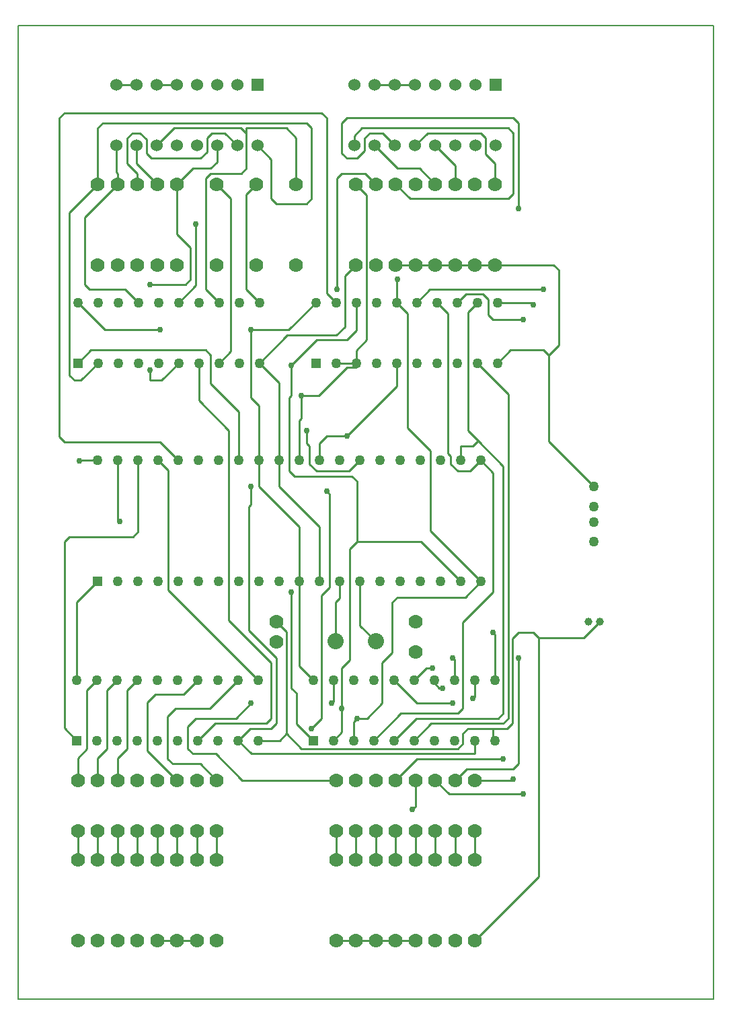
<source format=gbr>
G04 PROTEUS RS274X GERBER FILE*
%FSLAX45Y45*%
%MOMM*%
G01*
%ADD10C,0.254000*%
%ADD11C,0.762000*%
%ADD13R,1.270000X1.270000*%
%ADD14C,1.270000*%
%ADD15C,2.032000*%
%ADD16C,1.778000*%
%ADD17C,0.980000*%
%ADD18R,1.524000X1.524000*%
%ADD19C,0.000000*%
%ADD70C,1.524000*%
%ADD71C,0.203200*%
%TD.AperFunction*%
D10*
X+1250000Y-1250000D02*
X+1052000Y-1052000D01*
X+1052000Y-500000D01*
X+742000Y-1250000D02*
X+742000Y-762000D01*
X+798000Y-706000D01*
X+798000Y-500000D01*
X-2500000Y+2250000D02*
X-2337000Y+2413000D01*
X-889000Y+2413000D01*
X-825500Y+2349500D01*
X-825500Y+1994992D01*
X-472000Y+1641492D01*
X-472000Y+1024000D01*
X-1234000Y+1024000D02*
X-1467987Y+1257987D01*
X-2667000Y+1257987D01*
X-2730500Y+1321487D01*
X-2730500Y+5334000D01*
X-2667000Y+5397500D01*
X+571500Y+5397500D01*
X+635000Y+5334000D01*
X+635000Y+3131000D01*
X+754000Y+3012000D01*
X-1488000Y+1024000D02*
X-1361000Y+897000D01*
X-1361000Y-603000D01*
X-226000Y-1738000D01*
X-1742000Y+1024000D02*
X-1742000Y+127000D01*
X-1805500Y+63500D01*
X-2603500Y+63500D01*
X-2667000Y+0D01*
X-2667000Y-2345000D01*
X-2512000Y-2500000D01*
X+2730500Y-1143000D02*
X+2750000Y-1162500D01*
X+2750000Y-1738000D01*
X-1968500Y+254000D02*
X-1996000Y+281500D01*
X-1996000Y+1024000D01*
X+190500Y-635000D02*
X+190500Y-1841500D01*
X+254000Y-1905000D01*
X+254000Y-2290000D01*
X+464000Y-2500000D01*
X-2476500Y+1016000D02*
X-2468500Y+1024000D01*
X-2250000Y+1024000D01*
X+190500Y+2222500D02*
X+508000Y+2540000D01*
X+889000Y+2540000D01*
X+1008000Y+2659000D01*
X+1008000Y+3012000D01*
X+825500Y-2095500D02*
X+825500Y-2392500D01*
X+718000Y-2500000D01*
X+825500Y-1587500D02*
X+925000Y-1488000D01*
X+925000Y-91000D01*
X+1016000Y+0D01*
X+825500Y-1587500D02*
X+825500Y-2095500D01*
X+190500Y+2222500D02*
X+190500Y+1841500D01*
X+163000Y+1814000D01*
X+163000Y+889000D01*
X+226500Y+825500D01*
X+952500Y+825500D01*
X+1016000Y+762000D01*
X+1016000Y+0D01*
X+1822000Y+0D01*
X+2322000Y-500000D01*
X+2576000Y-500000D02*
X+1941000Y+135000D01*
X+1941000Y+1143000D01*
X+1651000Y+1433000D01*
X+1651000Y+2877000D01*
X+1516000Y+3012000D01*
X+2576000Y-500000D02*
X+2377500Y-698500D01*
X+1524000Y-698500D01*
X+1460500Y-762000D01*
X+1460500Y-1397000D01*
X+1333500Y-1524000D01*
X+1333500Y-2032000D01*
X+1143000Y-2222500D01*
X+1016000Y-2222500D01*
X+1516000Y+3012000D02*
X+1516000Y+3294000D01*
X+1524000Y+3302000D01*
X+1016000Y-2222500D02*
X+972000Y-2266500D01*
X+972000Y-2500000D01*
X+2576000Y+1024000D02*
X+2730500Y+869500D01*
X+2730500Y-635000D01*
X+2349500Y-1016000D01*
X+2349500Y-2095500D01*
X+2286000Y-2159000D01*
X+1567000Y-2159000D01*
X+1226000Y-2500000D01*
X+2576000Y+1024000D02*
X+2441000Y+889000D01*
X+2286000Y+889000D01*
X+2195000Y+980000D01*
X+2195000Y+1079500D01*
X+2159000Y+1115500D01*
X+2159000Y+2877000D01*
X+2024000Y+3012000D01*
X+2540000Y+1270000D02*
X+2476500Y+1206500D01*
X+2322000Y+1206500D01*
X+2322000Y+1024000D01*
X+2532000Y+3012000D02*
X+2413000Y+2893000D01*
X+2413000Y+1397000D01*
X+2540000Y+1270000D01*
X+1480000Y-2500000D02*
X+1757500Y-2222500D01*
X+2794000Y-2222500D01*
X+2857500Y-2159000D01*
X+2857500Y+952500D01*
X+2540000Y+1270000D01*
X+2532000Y+2250000D02*
X+2921000Y+1861000D01*
X+2921000Y-2222500D01*
X+2857500Y-2286000D01*
X+1948000Y-2286000D01*
X+1734000Y-2500000D01*
X+1052000Y+1024000D02*
X+917000Y+889000D01*
X+508000Y+889000D01*
X+417000Y+980000D01*
X+417000Y+1206500D01*
X+381000Y+1242500D01*
X+381000Y+1397000D01*
X-976000Y+2250000D02*
X-976000Y+1778000D01*
X-599000Y+1401000D01*
X-599000Y-988500D01*
X-63500Y-1524000D01*
X-63500Y-2222500D01*
X-127000Y-2286000D01*
X-774000Y-2286000D01*
X-988000Y-2500000D01*
X+1516000Y+2250000D02*
X+1516000Y+1960500D01*
X+889000Y+1333500D01*
X+635000Y+635000D02*
X+671000Y+599000D01*
X+671000Y-571500D01*
X+571500Y-671000D01*
X+571500Y-2222500D01*
X+444500Y-2349500D01*
X+889000Y+1333500D02*
X+635000Y+1333500D01*
X+544000Y+1242500D01*
X+544000Y+1024000D01*
X+317500Y+1841500D02*
X+531300Y+1841500D01*
X+889000Y+2199200D01*
X+1008000Y+2199200D01*
X+1008000Y+2250000D01*
X+290000Y+1024000D02*
X+290000Y+1524000D01*
X+317500Y+1551500D01*
X+317500Y+1841500D01*
X-480000Y-2500000D02*
X-313000Y-2667000D01*
X+2496000Y-2667000D01*
X+2496000Y-2500000D01*
X-480000Y-2500000D02*
X-329500Y-2349500D01*
X-63500Y-2349500D01*
X+0Y-2286000D01*
X+0Y-1460500D01*
X-345000Y-1115500D01*
X-345000Y+444500D01*
X-317500Y+472000D01*
X-317500Y+698500D01*
X-2250000Y+4500000D02*
X-2250000Y+5207000D01*
X-2186500Y+5270500D01*
X+381000Y+5270500D01*
X+444500Y+5207000D01*
X+444500Y+4318000D01*
X+381000Y+4254500D01*
X+0Y+4254500D01*
X-63500Y+4318000D01*
X-63500Y+4813500D01*
X-238000Y+4988000D01*
X-2250000Y+4500000D02*
X-2603500Y+4146500D01*
X-2603500Y+2095500D01*
X-2540000Y+2032000D01*
X-2464000Y+2032000D01*
X-2246000Y+2250000D01*
X-1750000Y+4500000D02*
X-1750000Y+4635500D01*
X-1876649Y+4762149D01*
X-1876649Y+5080000D01*
X-1813149Y+5143500D01*
X-1714500Y+5143500D01*
X-1634999Y+5063999D01*
X-1634999Y+4889500D01*
X-1571499Y+4826000D01*
X-952500Y+4826000D01*
X-873000Y+4905500D01*
X-873000Y+5080000D01*
X-809500Y+5143500D01*
X-647500Y+5143500D01*
X-492000Y+4988000D01*
X-1250000Y+4500000D02*
X-1051000Y+4699000D01*
X-825500Y+4699000D01*
X-746000Y+4778500D01*
X-746000Y+4988000D01*
X-1250000Y+4500000D02*
X-1250000Y+3873500D01*
X-1079500Y+3703000D01*
X-1079500Y+3302000D01*
X-1143000Y+3238500D01*
X-1587500Y+3238500D01*
X-1587500Y+2159000D02*
X-1587500Y+2032000D01*
X-1448000Y+2032000D01*
X-1230000Y+2250000D01*
X-750000Y+4500000D02*
X-571500Y+4321500D01*
X-571500Y+2400500D01*
X-722000Y+2250000D01*
X-250000Y+4500000D02*
X-381000Y+4369000D01*
X-381000Y+3179000D01*
X-214000Y+3012000D01*
X-381000Y+5143500D02*
X-377700Y+5140200D01*
X-377700Y+4699000D01*
X-441200Y+4635500D01*
X-825500Y+4635500D01*
X-889000Y+4572000D01*
X-889000Y+3179000D01*
X-722000Y+3012000D01*
X-381000Y+5143500D02*
X-444500Y+5207000D01*
X-1288999Y+5207000D01*
X-1508000Y+4988000D01*
X-1507999Y+4988000D01*
X-381000Y+5207000D02*
X-381000Y+5143500D01*
X-381000Y+5207000D02*
X+127000Y+5207000D01*
X+250000Y+5084000D01*
X+250000Y+4500000D01*
X-1500000Y+4500000D02*
X-1762000Y+4762000D01*
X-1762000Y+4988000D01*
X-1016000Y+4000500D02*
X-1016000Y+3226000D01*
X-1230000Y+3012000D01*
X-2000000Y+4500000D02*
X-2413000Y+4087000D01*
X-2413000Y+3238500D01*
X-2349500Y+3175000D01*
X-1901000Y+3175000D01*
X-1738000Y+3012000D01*
X-2000000Y+4500000D02*
X-2000000Y+4635500D01*
X-2016000Y+4651500D01*
X-2016000Y+4988000D01*
X+1000000Y+4500000D02*
X+1139000Y+4361000D01*
X+1139000Y+2540000D01*
X+1004000Y+2405000D01*
X+1004000Y+2250000D01*
X+754000Y+2250000D01*
X+1250000Y+4500000D02*
X+1114500Y+4635500D01*
X+825500Y+4635500D01*
X+762000Y+4572000D01*
X+762000Y+3175000D01*
X+2250000Y+4500000D02*
X+2250000Y+4738000D01*
X+2000000Y+4988000D01*
X+2750000Y+4500000D02*
X+2750000Y+4762500D01*
X+2635000Y+4877500D01*
X+2635000Y+5080000D01*
X+2571500Y+5143500D01*
X+1901501Y+5143500D01*
X+1746000Y+4988000D01*
X+1746001Y+4988000D01*
X+3238500Y+2984500D02*
X+3211000Y+3012000D01*
X+2786000Y+3012000D01*
X+3048000Y+4191000D02*
X+3048000Y+5270500D01*
X+2984500Y+5334000D01*
X+889000Y+5334000D01*
X+825500Y+5270500D01*
X+825500Y+4889500D01*
X+889000Y+4826000D01*
X+1016000Y+4826000D01*
X+1111000Y+4921000D01*
X+1111000Y+5080000D01*
X+1174500Y+5143500D01*
X+1336501Y+5143500D01*
X+1492000Y+4988000D01*
X+1492001Y+4988000D01*
X+3111500Y+2794000D02*
X+2730500Y+2794000D01*
X+2667000Y+2857500D01*
X+2667000Y+3048000D01*
X+2596100Y+3118900D01*
X+2384900Y+3118900D01*
X+2278000Y+3012000D01*
X+2000000Y+4500000D02*
X+1801000Y+4699000D01*
X+1527000Y+4699000D01*
X+1238000Y+4988000D01*
X+3365500Y+3175000D02*
X+1933000Y+3175000D01*
X+1770000Y+3012000D01*
X+1500000Y+4500000D02*
X+1682000Y+4318000D01*
X+2921000Y+4318000D01*
X+2984500Y+4381500D01*
X+2984500Y+5143500D01*
X+2921000Y+5207000D01*
X+1079500Y+5207000D01*
X+984000Y+5111500D01*
X+984000Y+4988000D01*
X-2258000Y-1738000D02*
X-2385000Y-1865000D01*
X-2385000Y-2603500D01*
X-2500000Y-2718500D01*
X-2500000Y-3000000D01*
X-2004000Y-1738000D02*
X-2131000Y-1865000D01*
X-2131000Y-2603500D01*
X-2250000Y-2722500D01*
X-2250000Y-3000000D01*
X-1750000Y-1738000D02*
X-1877000Y-1865000D01*
X-1877000Y-2603500D01*
X-2000000Y-2726500D01*
X-2000000Y-3000000D01*
X-988000Y-1738000D02*
X-1170680Y-1920680D01*
X-1524000Y-1920680D01*
X-1623000Y-2019680D01*
X-1623000Y-2627000D01*
X-1250000Y-3000000D01*
X-480000Y-1738000D02*
X-837500Y-2095500D01*
X-1270000Y-2095500D01*
X-1369000Y-2194500D01*
X-1369000Y-2730500D01*
X-1305500Y-2794000D01*
X-956000Y-2794000D01*
X-750000Y-3000000D01*
X-317500Y-2032000D02*
X-508000Y-2222500D01*
X-1016000Y-2222500D01*
X-1115000Y-2321500D01*
X-1115000Y-2603500D01*
X-1051500Y-2667000D01*
X-762000Y-2667000D01*
X-429000Y-3000000D01*
X+750000Y-3000000D01*
X+698500Y-2032000D02*
X+718000Y-2012500D01*
X+718000Y-1738000D01*
X+2857500Y-2730500D02*
X+1769500Y-2730500D01*
X+1500000Y-3000000D01*
X+2222500Y-2032000D02*
X+1774000Y-2032000D01*
X+1480000Y-1738000D01*
X+1714500Y-3365500D02*
X+1750000Y-3330000D01*
X+1750000Y-3000000D01*
X+1968500Y-1587500D02*
X+1884500Y-1587500D01*
X+1734000Y-1738000D01*
X+3111500Y-3175000D02*
X+2175000Y-3175000D01*
X+2000000Y-3000000D01*
X+2095500Y-1841500D02*
X+2051500Y-1841500D01*
X+1988000Y-1778000D01*
X+1988000Y-1738000D01*
X+3048000Y-1460500D02*
X+3048000Y-2794000D01*
X+2984500Y-2857500D01*
X+2392500Y-2857500D01*
X+2250000Y-3000000D01*
X+2222500Y-1460500D02*
X+2242000Y-1480000D01*
X+2242000Y-1738000D01*
X+2984500Y-2984500D02*
X+2969000Y-3000000D01*
X+2500000Y-3000000D01*
X+2476500Y-1968500D02*
X+2496000Y-1949000D01*
X+2496000Y-1738000D01*
X-2500000Y-3635000D02*
X-2500000Y-4000000D01*
X-2250000Y-3635000D02*
X-2250000Y-4000000D01*
X-2000000Y-3635000D02*
X-2000000Y-4000000D01*
X-1750000Y-3635000D02*
X-1750000Y-4000000D01*
X-1500000Y-3635000D02*
X-1500000Y-4000000D01*
X-1250000Y-3635000D02*
X-1250000Y-4000000D01*
X-1000000Y-3635000D02*
X-1000000Y-4000000D01*
X-750000Y-3635000D02*
X-750000Y-4000000D01*
X+750000Y-3635000D02*
X+750000Y-4000000D01*
X+1000000Y-3635000D02*
X+1000000Y-4000000D01*
X+1250000Y-3635000D02*
X+1250000Y-4000000D01*
X+1500000Y-3635000D02*
X+1500000Y-4000000D01*
X+1750000Y-3635000D02*
X+1750000Y-4000000D01*
X+2000000Y-3635000D02*
X+2000000Y-4000000D01*
X+2250000Y-3635000D02*
X+2250000Y-4000000D01*
X+2500000Y-3635000D02*
X+2500000Y-4000000D01*
X+3302000Y-1206500D02*
X+3238500Y-1143000D01*
X+3048000Y-1143000D01*
X+2971800Y-1219200D01*
X+2971800Y-2286000D01*
X+2908300Y-2349500D01*
X+2730500Y-2349500D01*
X+127000Y-2413000D02*
X+317500Y-2603500D01*
X+2286000Y-2603500D01*
X+2349500Y-2540000D01*
X+2349500Y-2413000D01*
X+2413000Y-2349500D01*
X+2730500Y-2349500D01*
X+2500000Y-5016000D02*
X+3302000Y-4214000D01*
X+3302000Y-1206500D01*
X+544000Y-500000D02*
X+544000Y+190500D01*
X+36000Y+698500D01*
X+36000Y+1024000D01*
X+2750000Y+3484000D02*
X+3492500Y+3484000D01*
X+3556000Y+3420500D01*
X+3556000Y+2476500D01*
X+3429000Y+2349500D01*
X+2730500Y-2413000D02*
X+2730500Y-2349500D01*
X+36000Y+1024000D02*
X+36000Y+2000000D01*
X-214000Y+2250000D01*
X+0Y-1000000D02*
X+127000Y-1127000D01*
X+127000Y-2413000D01*
X+3302000Y-1206500D02*
X+3868500Y-1206500D01*
X+4075000Y-1000000D01*
X+3429000Y+2349500D02*
X+3365500Y+2413000D01*
X+2949000Y+2413000D01*
X+2786000Y+2250000D01*
X+127000Y-2413000D02*
X+40000Y-2500000D01*
X-226000Y-2500000D01*
X+2730500Y-2413000D02*
X+2730500Y-2480500D01*
X+2750000Y-2500000D01*
X+1500000Y-5016000D02*
X+1750000Y-5016000D01*
X+1250000Y-5016000D02*
X+1500000Y-5016000D01*
X+1000000Y-5016000D02*
X+1250000Y-5016000D01*
X+750000Y-5016000D02*
X+1000000Y-5016000D01*
X-1250000Y-5016000D02*
X-1000000Y-5016000D01*
X-1500000Y-5016000D02*
X-1250000Y-5016000D01*
X+1750000Y+3484000D02*
X+1500000Y+3484000D01*
X+1750000Y+3484000D02*
X+2000000Y+3484000D01*
X+2250000Y+3484000D02*
X+2000000Y+3484000D01*
X+2250000Y+3484000D02*
X+2500000Y+3484000D01*
X+2750000Y+3484000D02*
X+2500000Y+3484000D01*
X+3429000Y+2349500D02*
X+3429000Y+1266960D01*
X+4000000Y+695960D01*
X-214000Y+2250000D02*
X+139500Y+2603500D01*
X+758000Y+2603500D01*
X+862300Y+2707800D01*
X+862300Y+3346300D01*
X+1000000Y+3484000D01*
X+290000Y-500000D02*
X+290000Y+190500D01*
X-218000Y+698500D01*
X-218000Y+1024000D01*
X-2250000Y-500000D02*
X-2512000Y-762000D01*
X-2512000Y-1738000D01*
X-317500Y+2667000D02*
X+155000Y+2667000D01*
X+500000Y+3012000D01*
X+290000Y-500000D02*
X+290000Y-1564000D01*
X+464000Y-1738000D01*
X-218000Y+1024000D02*
X-218000Y+1714500D01*
X-317500Y+1814000D01*
X-317500Y+2667000D01*
X-1762000Y+5750000D02*
X-2016000Y+5750000D01*
X-1254000Y+5750000D02*
X-1508000Y+5750000D01*
X+1492000Y+5750000D02*
X+1238000Y+5750000D01*
X+1746000Y+5750000D02*
X+1492000Y+5750000D01*
X-2500000Y+3012000D02*
X-2155000Y+2667000D01*
X-1460500Y+2667000D01*
D11*
X+2730500Y-1143000D03*
X-1968500Y+254000D03*
X+190500Y-635000D03*
X-2476500Y+1016000D03*
X+825500Y-2095500D03*
X+190500Y+2222500D03*
X+1016000Y-2222500D03*
X+1524000Y+3302000D03*
X+381000Y+1397000D03*
X+444500Y-2349500D03*
X+635000Y+635000D03*
X+889000Y+1333500D03*
X+317500Y+1841500D03*
X-317500Y+698500D03*
X-1587500Y+3238500D03*
X-1587500Y+2159000D03*
X-1016000Y+4000500D03*
X+762000Y+3175000D03*
X+3238500Y+2984500D03*
X+3048000Y+4191000D03*
X+3111500Y+2794000D03*
X+3365500Y+3175000D03*
X-317500Y-2032000D03*
X+698500Y-2032000D03*
X+2857500Y-2730500D03*
X+2222500Y-2032000D03*
X+1714500Y-3365500D03*
X+1968500Y-1587500D03*
X+3111500Y-3175000D03*
X+2095500Y-1841500D03*
X+3048000Y-1460500D03*
X+2222500Y-1460500D03*
X+2984500Y-2984500D03*
X+2476500Y-1968500D03*
X-1460500Y+2667000D03*
X-317500Y+2667000D03*
D13*
X-2250000Y-500000D03*
D14*
X-1996000Y-500000D03*
X-1742000Y-500000D03*
X-1488000Y-500000D03*
X-1234000Y-500000D03*
X-980000Y-500000D03*
X-726000Y-500000D03*
X-472000Y-500000D03*
X-218000Y-500000D03*
X+36000Y-500000D03*
X+290000Y-500000D03*
X+544000Y-500000D03*
X+798000Y-500000D03*
X+1052000Y-500000D03*
X+1306000Y-500000D03*
X+1560000Y-500000D03*
X+1814000Y-500000D03*
X+2068000Y-500000D03*
X+2322000Y-500000D03*
X+2576000Y-500000D03*
X+2576000Y+1024000D03*
X+2322000Y+1024000D03*
X+2068000Y+1024000D03*
X+1814000Y+1024000D03*
X+1560000Y+1024000D03*
X+1306000Y+1024000D03*
X+1052000Y+1024000D03*
X+798000Y+1024000D03*
X+544000Y+1024000D03*
X+290000Y+1024000D03*
X+36000Y+1024000D03*
X-218000Y+1024000D03*
X-472000Y+1024000D03*
X-726000Y+1024000D03*
X-980000Y+1024000D03*
X-1234000Y+1024000D03*
X-1488000Y+1024000D03*
X-1742000Y+1024000D03*
X-1996000Y+1024000D03*
X-2250000Y+1024000D03*
D13*
X-2500000Y+2250000D03*
D14*
X-2246000Y+2250000D03*
X-1992000Y+2250000D03*
X-1738000Y+2250000D03*
X-1484000Y+2250000D03*
X-1230000Y+2250000D03*
X-976000Y+2250000D03*
X-722000Y+2250000D03*
X-468000Y+2250000D03*
X-214000Y+2250000D03*
X-214000Y+3012000D03*
X-468000Y+3012000D03*
X-722000Y+3012000D03*
X-976000Y+3012000D03*
X-1230000Y+3012000D03*
X-1484000Y+3012000D03*
X-1738000Y+3012000D03*
X-1992000Y+3012000D03*
X-2246000Y+3012000D03*
X-2500000Y+3012000D03*
D13*
X+500000Y+2250000D03*
D14*
X+754000Y+2250000D03*
X+1008000Y+2250000D03*
X+1262000Y+2250000D03*
X+1516000Y+2250000D03*
X+1770000Y+2250000D03*
X+2024000Y+2250000D03*
X+2278000Y+2250000D03*
X+2532000Y+2250000D03*
X+2786000Y+2250000D03*
X+2786000Y+3012000D03*
X+2532000Y+3012000D03*
X+2278000Y+3012000D03*
X+2024000Y+3012000D03*
X+1770000Y+3012000D03*
X+1516000Y+3012000D03*
X+1262000Y+3012000D03*
X+1008000Y+3012000D03*
X+754000Y+3012000D03*
X+500000Y+3012000D03*
D13*
X-2512000Y-2500000D03*
D14*
X-2258000Y-2500000D03*
X-2004000Y-2500000D03*
X-1750000Y-2500000D03*
X-1496000Y-2500000D03*
X-1242000Y-2500000D03*
X-988000Y-2500000D03*
X-734000Y-2500000D03*
X-480000Y-2500000D03*
X-226000Y-2500000D03*
X-226000Y-1738000D03*
X-480000Y-1738000D03*
X-734000Y-1738000D03*
X-988000Y-1738000D03*
X-1242000Y-1738000D03*
X-1496000Y-1738000D03*
X-1750000Y-1738000D03*
X-2004000Y-1738000D03*
X-2258000Y-1738000D03*
X-2512000Y-1738000D03*
D13*
X+464000Y-2500000D03*
D14*
X+718000Y-2500000D03*
X+972000Y-2500000D03*
X+1226000Y-2500000D03*
X+1480000Y-2500000D03*
X+1734000Y-2500000D03*
X+1988000Y-2500000D03*
X+2242000Y-2500000D03*
X+2496000Y-2500000D03*
X+2750000Y-2500000D03*
X+2750000Y-1738000D03*
X+2496000Y-1738000D03*
X+2242000Y-1738000D03*
X+1988000Y-1738000D03*
X+1734000Y-1738000D03*
X+1480000Y-1738000D03*
X+1226000Y-1738000D03*
X+972000Y-1738000D03*
X+718000Y-1738000D03*
X+464000Y-1738000D03*
X+4000000Y+0D03*
X+4000000Y+248920D03*
X+4000000Y+447040D03*
X+4000000Y+695960D03*
D15*
X+1250000Y-1250000D03*
X+742000Y-1250000D03*
D16*
X-2500000Y-3000000D03*
X-2500000Y-3635000D03*
X-2000000Y-3000000D03*
X-2000000Y-3635000D03*
X-2250000Y-3000000D03*
X-2250000Y-3635000D03*
X-1750000Y-3000000D03*
X-1750000Y-3635000D03*
X-1500000Y-3000000D03*
X-1500000Y-3635000D03*
X-1250000Y-3000000D03*
X-1250000Y-3635000D03*
X-1000000Y-3000000D03*
X-1000000Y-3635000D03*
X-750000Y-3000000D03*
X-750000Y-3635000D03*
X+750000Y-3000000D03*
X+750000Y-3635000D03*
X+1000000Y-3000000D03*
X+1000000Y-3635000D03*
X+1250000Y-3000000D03*
X+1250000Y-3635000D03*
X+1500000Y-3000000D03*
X+1500000Y-3635000D03*
X+1750000Y-3000000D03*
X+1750000Y-3635000D03*
X+2000000Y-3000000D03*
X+2000000Y-3635000D03*
X+2250000Y-3000000D03*
X+2250000Y-3635000D03*
X+2500000Y-3000000D03*
X+2500000Y-3635000D03*
X+1750000Y-1000000D03*
X+1750000Y-1381000D03*
X+0Y-1000000D03*
X+0Y-1254000D03*
D17*
X+3925000Y-1000000D03*
X+4075000Y-1000000D03*
D16*
X-2500000Y-4000000D03*
X-2500000Y-5016000D03*
X-2250000Y-4000000D03*
X-2250000Y-5016000D03*
X-2000000Y-4000000D03*
X-2000000Y-5016000D03*
X-1750000Y-4000000D03*
X-1750000Y-5016000D03*
X-1500000Y-4000000D03*
X-1500000Y-5016000D03*
X-1250000Y-4000000D03*
X-1250000Y-5016000D03*
X-1000000Y-4000000D03*
X-1000000Y-5016000D03*
X-750000Y-4000000D03*
X-750000Y-5016000D03*
X+750000Y-4000000D03*
X+750000Y-5016000D03*
X+1000000Y-4000000D03*
X+1000000Y-5016000D03*
X+1250000Y-4000000D03*
X+1250000Y-5016000D03*
X+1500000Y-4000000D03*
X+1500000Y-5016000D03*
X+1750000Y-4000000D03*
X+1750000Y-5016000D03*
X+2000000Y-4000000D03*
X+2000000Y-5016000D03*
X+2250000Y-4000000D03*
X+2250000Y-5016000D03*
X+2500000Y-4000000D03*
X+2500000Y-5016000D03*
X+1000000Y+4500000D03*
X+1000000Y+3484000D03*
X+1250000Y+4500000D03*
X+1250000Y+3484000D03*
X+1750000Y+4500000D03*
X+1750000Y+3484000D03*
X+2250000Y+4500000D03*
X+2250000Y+3484000D03*
X+2750000Y+4500000D03*
X+2750000Y+3484000D03*
X+2500000Y+4500000D03*
X+2500000Y+3484000D03*
X+2000000Y+4500000D03*
X+2000000Y+3484000D03*
X+1500000Y+4500000D03*
X+1500000Y+3484000D03*
X-2250000Y+4500000D03*
X-2250000Y+3484000D03*
X-1750000Y+4500000D03*
X-1750000Y+3484000D03*
X-1250000Y+4500000D03*
X-1250000Y+3484000D03*
X-750000Y+4500000D03*
X-750000Y+3484000D03*
X-250000Y+4500000D03*
X-250000Y+3484000D03*
X+250000Y+4500000D03*
X+250000Y+3484000D03*
X-1500000Y+4500000D03*
X-1500000Y+3484000D03*
X-2000000Y+4500000D03*
X-2000000Y+3484000D03*
D18*
X-238000Y+5750000D03*
D19*
X-238000Y+5750000D03*
D70*
X-492000Y+5750000D03*
D19*
X-492000Y+5750000D03*
D70*
X-746000Y+5750000D03*
D19*
X-746000Y+5750000D03*
D70*
X-1000000Y+5750000D03*
D19*
X-1000000Y+5750000D03*
D70*
X-1254000Y+5750000D03*
D19*
X-1254000Y+5750000D03*
D70*
X-1508000Y+5750000D03*
D19*
X-1508000Y+5750000D03*
D70*
X-1762000Y+5750000D03*
D19*
X-1762000Y+5750000D03*
D70*
X-2016000Y+5750000D03*
D19*
X-2016000Y+5750000D03*
D70*
X-2016000Y+4988000D03*
D19*
X-2016000Y+4988000D03*
D70*
X-1762000Y+4988000D03*
D19*
X-1762000Y+4988000D03*
D70*
X-1508000Y+4988000D03*
D19*
X-1508000Y+4988000D03*
D70*
X-1254000Y+4988000D03*
D19*
X-1254000Y+4988000D03*
D70*
X-1000000Y+4988000D03*
D19*
X-1000000Y+4988000D03*
D70*
X-746000Y+4988000D03*
D19*
X-746000Y+4988000D03*
D70*
X-492000Y+4988000D03*
D19*
X-492000Y+4988000D03*
D70*
X-238000Y+4988000D03*
D19*
X-238000Y+4988000D03*
D18*
X+2762000Y+5750000D03*
D19*
X+2762000Y+5750000D03*
D70*
X+2508000Y+5750000D03*
D19*
X+2508000Y+5750000D03*
D70*
X+2254000Y+5750000D03*
D19*
X+2254000Y+5750000D03*
D70*
X+2000000Y+5750000D03*
D19*
X+2000000Y+5750000D03*
D70*
X+1746000Y+5750000D03*
D19*
X+1746000Y+5750000D03*
D70*
X+1492000Y+5750000D03*
D19*
X+1492000Y+5750000D03*
D70*
X+1238000Y+5750000D03*
D19*
X+1238000Y+5750000D03*
D70*
X+984000Y+5750000D03*
D19*
X+984000Y+5750000D03*
D70*
X+984000Y+4988000D03*
D19*
X+984000Y+4988000D03*
D70*
X+1238000Y+4988000D03*
D19*
X+1238000Y+4988000D03*
D70*
X+1492000Y+4988000D03*
D19*
X+1492000Y+4988000D03*
D70*
X+1746000Y+4988000D03*
D19*
X+1746000Y+4988000D03*
D70*
X+2000000Y+4988000D03*
D19*
X+2000000Y+4988000D03*
D70*
X+2254000Y+4988000D03*
D19*
X+2254000Y+4988000D03*
D70*
X+2508000Y+4988000D03*
D19*
X+2508000Y+4988000D03*
D70*
X+2762000Y+4988000D03*
D19*
X+2762000Y+4988000D03*
D71*
X-3250000Y-5750000D02*
X+5500000Y-5750000D01*
X+5500000Y+6500000D01*
X-3250000Y+6500000D01*
X-3250000Y-5750000D01*
M02*

</source>
